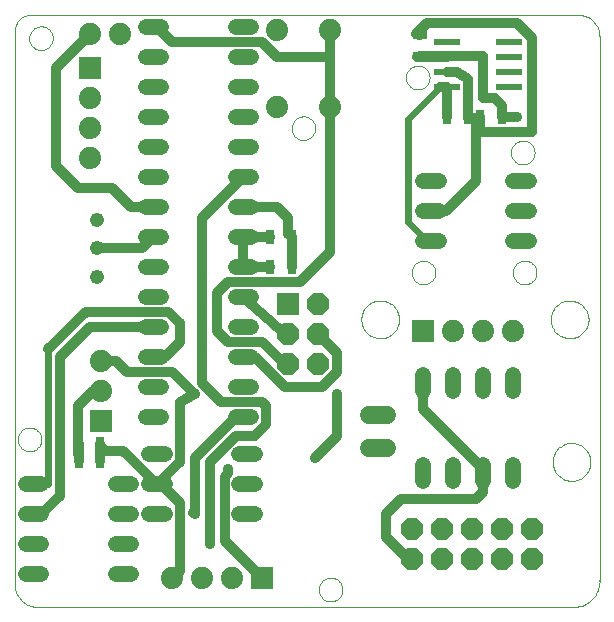
<source format=gtl>
G75*
G70*
%OFA0B0*%
%FSLAX24Y24*%
%IPPOS*%
%LPD*%
%AMOC8*
5,1,8,0,0,1.08239X$1,22.5*
%
%ADD10C,0.0000*%
%ADD11C,0.0520*%
%ADD12R,0.0870X0.0240*%
%ADD13R,0.0740X0.0740*%
%ADD14C,0.0740*%
%ADD15C,0.0476*%
%ADD16OC8,0.0740*%
%ADD17R,0.0315X0.0472*%
%ADD18R,0.0472X0.0315*%
%ADD19C,0.0600*%
%ADD20C,0.0320*%
%ADD21C,0.0356*%
%ADD22C,0.0240*%
D10*
X001041Y000425D02*
X018944Y000425D01*
X018943Y000425D02*
X019001Y000428D01*
X019058Y000436D01*
X019114Y000448D01*
X019170Y000463D01*
X019224Y000481D01*
X019277Y000503D01*
X019329Y000529D01*
X019379Y000558D01*
X019427Y000590D01*
X019472Y000625D01*
X019515Y000663D01*
X019556Y000704D01*
X019594Y000748D01*
X019629Y000793D01*
X019661Y000841D01*
X019689Y000891D01*
X019715Y000943D01*
X019736Y000996D01*
X019755Y001051D01*
X019770Y001107D01*
X019781Y001163D01*
X019788Y001220D01*
X019792Y001278D01*
X019791Y001335D01*
X019792Y001335D02*
X019792Y019447D01*
X019790Y019499D01*
X019785Y019550D01*
X019775Y019601D01*
X019763Y019651D01*
X019746Y019700D01*
X019726Y019748D01*
X019703Y019794D01*
X019677Y019839D01*
X019647Y019881D01*
X019615Y019922D01*
X019580Y019960D01*
X019542Y019995D01*
X019501Y020027D01*
X019459Y020057D01*
X019414Y020083D01*
X019368Y020106D01*
X019320Y020126D01*
X019271Y020143D01*
X019221Y020155D01*
X019170Y020165D01*
X019119Y020170D01*
X019067Y020172D01*
X000841Y020172D01*
X000796Y020170D01*
X000751Y020165D01*
X000707Y020155D01*
X000664Y020143D01*
X000622Y020126D01*
X000582Y020106D01*
X000543Y020083D01*
X000507Y020057D01*
X000473Y020028D01*
X000441Y019996D01*
X000412Y019962D01*
X000386Y019926D01*
X000363Y019887D01*
X000343Y019847D01*
X000326Y019805D01*
X000314Y019762D01*
X000304Y019718D01*
X000299Y019673D01*
X000297Y019628D01*
X000297Y001232D01*
X000296Y001177D01*
X000300Y001121D01*
X000308Y001066D01*
X000319Y001012D01*
X000335Y000959D01*
X000354Y000907D01*
X000377Y000856D01*
X000403Y000808D01*
X000433Y000761D01*
X000466Y000716D01*
X000502Y000674D01*
X000541Y000635D01*
X000583Y000598D01*
X000627Y000565D01*
X000673Y000535D01*
X000722Y000508D01*
X000772Y000485D01*
X000824Y000465D01*
X000877Y000449D01*
X000932Y000437D01*
X000986Y000429D01*
X001042Y000425D01*
X000403Y006017D02*
X000405Y006056D01*
X000411Y006095D01*
X000421Y006133D01*
X000434Y006170D01*
X000451Y006205D01*
X000471Y006239D01*
X000495Y006270D01*
X000522Y006299D01*
X000551Y006325D01*
X000583Y006348D01*
X000617Y006368D01*
X000653Y006384D01*
X000690Y006396D01*
X000729Y006405D01*
X000768Y006410D01*
X000807Y006411D01*
X000846Y006408D01*
X000885Y006401D01*
X000922Y006390D01*
X000959Y006376D01*
X000994Y006358D01*
X001027Y006337D01*
X001058Y006312D01*
X001086Y006285D01*
X001111Y006255D01*
X001133Y006222D01*
X001152Y006188D01*
X001167Y006152D01*
X001179Y006114D01*
X001187Y006076D01*
X001191Y006037D01*
X001191Y005997D01*
X001187Y005958D01*
X001179Y005920D01*
X001167Y005882D01*
X001152Y005846D01*
X001133Y005812D01*
X001111Y005779D01*
X001086Y005749D01*
X001058Y005722D01*
X001027Y005697D01*
X000994Y005676D01*
X000959Y005658D01*
X000922Y005644D01*
X000885Y005633D01*
X000846Y005626D01*
X000807Y005623D01*
X000768Y005624D01*
X000729Y005629D01*
X000690Y005638D01*
X000653Y005650D01*
X000617Y005666D01*
X000583Y005686D01*
X000551Y005709D01*
X000522Y005735D01*
X000495Y005764D01*
X000471Y005795D01*
X000451Y005829D01*
X000434Y005864D01*
X000421Y005901D01*
X000411Y005939D01*
X000405Y005978D01*
X000403Y006017D01*
X009528Y016392D02*
X009530Y016431D01*
X009536Y016470D01*
X009546Y016508D01*
X009559Y016545D01*
X009576Y016580D01*
X009596Y016614D01*
X009620Y016645D01*
X009647Y016674D01*
X009676Y016700D01*
X009708Y016723D01*
X009742Y016743D01*
X009778Y016759D01*
X009815Y016771D01*
X009854Y016780D01*
X009893Y016785D01*
X009932Y016786D01*
X009971Y016783D01*
X010010Y016776D01*
X010047Y016765D01*
X010084Y016751D01*
X010119Y016733D01*
X010152Y016712D01*
X010183Y016687D01*
X010211Y016660D01*
X010236Y016630D01*
X010258Y016597D01*
X010277Y016563D01*
X010292Y016527D01*
X010304Y016489D01*
X010312Y016451D01*
X010316Y016412D01*
X010316Y016372D01*
X010312Y016333D01*
X010304Y016295D01*
X010292Y016257D01*
X010277Y016221D01*
X010258Y016187D01*
X010236Y016154D01*
X010211Y016124D01*
X010183Y016097D01*
X010152Y016072D01*
X010119Y016051D01*
X010084Y016033D01*
X010047Y016019D01*
X010010Y016008D01*
X009971Y016001D01*
X009932Y015998D01*
X009893Y015999D01*
X009854Y016004D01*
X009815Y016013D01*
X009778Y016025D01*
X009742Y016041D01*
X009708Y016061D01*
X009676Y016084D01*
X009647Y016110D01*
X009620Y016139D01*
X009596Y016170D01*
X009576Y016204D01*
X009559Y016239D01*
X009546Y016276D01*
X009536Y016314D01*
X009530Y016353D01*
X009528Y016392D01*
X013340Y018080D02*
X013342Y018119D01*
X013348Y018158D01*
X013358Y018196D01*
X013371Y018233D01*
X013388Y018268D01*
X013408Y018302D01*
X013432Y018333D01*
X013459Y018362D01*
X013488Y018388D01*
X013520Y018411D01*
X013554Y018431D01*
X013590Y018447D01*
X013627Y018459D01*
X013666Y018468D01*
X013705Y018473D01*
X013744Y018474D01*
X013783Y018471D01*
X013822Y018464D01*
X013859Y018453D01*
X013896Y018439D01*
X013931Y018421D01*
X013964Y018400D01*
X013995Y018375D01*
X014023Y018348D01*
X014048Y018318D01*
X014070Y018285D01*
X014089Y018251D01*
X014104Y018215D01*
X014116Y018177D01*
X014124Y018139D01*
X014128Y018100D01*
X014128Y018060D01*
X014124Y018021D01*
X014116Y017983D01*
X014104Y017945D01*
X014089Y017909D01*
X014070Y017875D01*
X014048Y017842D01*
X014023Y017812D01*
X013995Y017785D01*
X013964Y017760D01*
X013931Y017739D01*
X013896Y017721D01*
X013859Y017707D01*
X013822Y017696D01*
X013783Y017689D01*
X013744Y017686D01*
X013705Y017687D01*
X013666Y017692D01*
X013627Y017701D01*
X013590Y017713D01*
X013554Y017729D01*
X013520Y017749D01*
X013488Y017772D01*
X013459Y017798D01*
X013432Y017827D01*
X013408Y017858D01*
X013388Y017892D01*
X013371Y017927D01*
X013358Y017964D01*
X013348Y018002D01*
X013342Y018041D01*
X013340Y018080D01*
X016840Y015580D02*
X016842Y015619D01*
X016848Y015658D01*
X016858Y015696D01*
X016871Y015733D01*
X016888Y015768D01*
X016908Y015802D01*
X016932Y015833D01*
X016959Y015862D01*
X016988Y015888D01*
X017020Y015911D01*
X017054Y015931D01*
X017090Y015947D01*
X017127Y015959D01*
X017166Y015968D01*
X017205Y015973D01*
X017244Y015974D01*
X017283Y015971D01*
X017322Y015964D01*
X017359Y015953D01*
X017396Y015939D01*
X017431Y015921D01*
X017464Y015900D01*
X017495Y015875D01*
X017523Y015848D01*
X017548Y015818D01*
X017570Y015785D01*
X017589Y015751D01*
X017604Y015715D01*
X017616Y015677D01*
X017624Y015639D01*
X017628Y015600D01*
X017628Y015560D01*
X017624Y015521D01*
X017616Y015483D01*
X017604Y015445D01*
X017589Y015409D01*
X017570Y015375D01*
X017548Y015342D01*
X017523Y015312D01*
X017495Y015285D01*
X017464Y015260D01*
X017431Y015239D01*
X017396Y015221D01*
X017359Y015207D01*
X017322Y015196D01*
X017283Y015189D01*
X017244Y015186D01*
X017205Y015187D01*
X017166Y015192D01*
X017127Y015201D01*
X017090Y015213D01*
X017054Y015229D01*
X017020Y015249D01*
X016988Y015272D01*
X016959Y015298D01*
X016932Y015327D01*
X016908Y015358D01*
X016888Y015392D01*
X016871Y015427D01*
X016858Y015464D01*
X016848Y015502D01*
X016842Y015541D01*
X016840Y015580D01*
X016903Y011580D02*
X016905Y011619D01*
X016911Y011658D01*
X016921Y011696D01*
X016934Y011733D01*
X016951Y011768D01*
X016971Y011802D01*
X016995Y011833D01*
X017022Y011862D01*
X017051Y011888D01*
X017083Y011911D01*
X017117Y011931D01*
X017153Y011947D01*
X017190Y011959D01*
X017229Y011968D01*
X017268Y011973D01*
X017307Y011974D01*
X017346Y011971D01*
X017385Y011964D01*
X017422Y011953D01*
X017459Y011939D01*
X017494Y011921D01*
X017527Y011900D01*
X017558Y011875D01*
X017586Y011848D01*
X017611Y011818D01*
X017633Y011785D01*
X017652Y011751D01*
X017667Y011715D01*
X017679Y011677D01*
X017687Y011639D01*
X017691Y011600D01*
X017691Y011560D01*
X017687Y011521D01*
X017679Y011483D01*
X017667Y011445D01*
X017652Y011409D01*
X017633Y011375D01*
X017611Y011342D01*
X017586Y011312D01*
X017558Y011285D01*
X017527Y011260D01*
X017494Y011239D01*
X017459Y011221D01*
X017422Y011207D01*
X017385Y011196D01*
X017346Y011189D01*
X017307Y011186D01*
X017268Y011187D01*
X017229Y011192D01*
X017190Y011201D01*
X017153Y011213D01*
X017117Y011229D01*
X017083Y011249D01*
X017051Y011272D01*
X017022Y011298D01*
X016995Y011327D01*
X016971Y011358D01*
X016951Y011392D01*
X016934Y011427D01*
X016921Y011464D01*
X016911Y011502D01*
X016905Y011541D01*
X016903Y011580D01*
X018167Y010017D02*
X018169Y010067D01*
X018175Y010117D01*
X018185Y010166D01*
X018199Y010214D01*
X018216Y010261D01*
X018237Y010306D01*
X018262Y010350D01*
X018290Y010391D01*
X018322Y010430D01*
X018356Y010467D01*
X018393Y010501D01*
X018433Y010531D01*
X018475Y010558D01*
X018519Y010582D01*
X018565Y010603D01*
X018612Y010619D01*
X018660Y010632D01*
X018710Y010641D01*
X018759Y010646D01*
X018810Y010647D01*
X018860Y010644D01*
X018909Y010637D01*
X018958Y010626D01*
X019006Y010611D01*
X019052Y010593D01*
X019097Y010571D01*
X019140Y010545D01*
X019181Y010516D01*
X019220Y010484D01*
X019256Y010449D01*
X019288Y010411D01*
X019318Y010371D01*
X019345Y010328D01*
X019368Y010284D01*
X019387Y010238D01*
X019403Y010190D01*
X019415Y010141D01*
X019423Y010092D01*
X019427Y010042D01*
X019427Y009992D01*
X019423Y009942D01*
X019415Y009893D01*
X019403Y009844D01*
X019387Y009796D01*
X019368Y009750D01*
X019345Y009706D01*
X019318Y009663D01*
X019288Y009623D01*
X019256Y009585D01*
X019220Y009550D01*
X019181Y009518D01*
X019140Y009489D01*
X019097Y009463D01*
X019052Y009441D01*
X019006Y009423D01*
X018958Y009408D01*
X018909Y009397D01*
X018860Y009390D01*
X018810Y009387D01*
X018759Y009388D01*
X018710Y009393D01*
X018660Y009402D01*
X018612Y009415D01*
X018565Y009431D01*
X018519Y009452D01*
X018475Y009476D01*
X018433Y009503D01*
X018393Y009533D01*
X018356Y009567D01*
X018322Y009604D01*
X018290Y009643D01*
X018262Y009684D01*
X018237Y009728D01*
X018216Y009773D01*
X018199Y009820D01*
X018185Y009868D01*
X018175Y009917D01*
X018169Y009967D01*
X018167Y010017D01*
X013528Y011580D02*
X013530Y011619D01*
X013536Y011658D01*
X013546Y011696D01*
X013559Y011733D01*
X013576Y011768D01*
X013596Y011802D01*
X013620Y011833D01*
X013647Y011862D01*
X013676Y011888D01*
X013708Y011911D01*
X013742Y011931D01*
X013778Y011947D01*
X013815Y011959D01*
X013854Y011968D01*
X013893Y011973D01*
X013932Y011974D01*
X013971Y011971D01*
X014010Y011964D01*
X014047Y011953D01*
X014084Y011939D01*
X014119Y011921D01*
X014152Y011900D01*
X014183Y011875D01*
X014211Y011848D01*
X014236Y011818D01*
X014258Y011785D01*
X014277Y011751D01*
X014292Y011715D01*
X014304Y011677D01*
X014312Y011639D01*
X014316Y011600D01*
X014316Y011560D01*
X014312Y011521D01*
X014304Y011483D01*
X014292Y011445D01*
X014277Y011409D01*
X014258Y011375D01*
X014236Y011342D01*
X014211Y011312D01*
X014183Y011285D01*
X014152Y011260D01*
X014119Y011239D01*
X014084Y011221D01*
X014047Y011207D01*
X014010Y011196D01*
X013971Y011189D01*
X013932Y011186D01*
X013893Y011187D01*
X013854Y011192D01*
X013815Y011201D01*
X013778Y011213D01*
X013742Y011229D01*
X013708Y011249D01*
X013676Y011272D01*
X013647Y011298D01*
X013620Y011327D01*
X013596Y011358D01*
X013576Y011392D01*
X013559Y011427D01*
X013546Y011464D01*
X013536Y011502D01*
X013530Y011541D01*
X013528Y011580D01*
X011854Y010017D02*
X011856Y010067D01*
X011862Y010117D01*
X011872Y010166D01*
X011886Y010214D01*
X011903Y010261D01*
X011924Y010306D01*
X011949Y010350D01*
X011977Y010391D01*
X012009Y010430D01*
X012043Y010467D01*
X012080Y010501D01*
X012120Y010531D01*
X012162Y010558D01*
X012206Y010582D01*
X012252Y010603D01*
X012299Y010619D01*
X012347Y010632D01*
X012397Y010641D01*
X012446Y010646D01*
X012497Y010647D01*
X012547Y010644D01*
X012596Y010637D01*
X012645Y010626D01*
X012693Y010611D01*
X012739Y010593D01*
X012784Y010571D01*
X012827Y010545D01*
X012868Y010516D01*
X012907Y010484D01*
X012943Y010449D01*
X012975Y010411D01*
X013005Y010371D01*
X013032Y010328D01*
X013055Y010284D01*
X013074Y010238D01*
X013090Y010190D01*
X013102Y010141D01*
X013110Y010092D01*
X013114Y010042D01*
X013114Y009992D01*
X013110Y009942D01*
X013102Y009893D01*
X013090Y009844D01*
X013074Y009796D01*
X013055Y009750D01*
X013032Y009706D01*
X013005Y009663D01*
X012975Y009623D01*
X012943Y009585D01*
X012907Y009550D01*
X012868Y009518D01*
X012827Y009489D01*
X012784Y009463D01*
X012739Y009441D01*
X012693Y009423D01*
X012645Y009408D01*
X012596Y009397D01*
X012547Y009390D01*
X012497Y009387D01*
X012446Y009388D01*
X012397Y009393D01*
X012347Y009402D01*
X012299Y009415D01*
X012252Y009431D01*
X012206Y009452D01*
X012162Y009476D01*
X012120Y009503D01*
X012080Y009533D01*
X012043Y009567D01*
X012009Y009604D01*
X011977Y009643D01*
X011949Y009684D01*
X011924Y009728D01*
X011903Y009773D01*
X011886Y009820D01*
X011872Y009868D01*
X011862Y009917D01*
X011856Y009967D01*
X011854Y010017D01*
X018229Y005267D02*
X018231Y005317D01*
X018237Y005367D01*
X018247Y005416D01*
X018261Y005464D01*
X018278Y005511D01*
X018299Y005556D01*
X018324Y005600D01*
X018352Y005641D01*
X018384Y005680D01*
X018418Y005717D01*
X018455Y005751D01*
X018495Y005781D01*
X018537Y005808D01*
X018581Y005832D01*
X018627Y005853D01*
X018674Y005869D01*
X018722Y005882D01*
X018772Y005891D01*
X018821Y005896D01*
X018872Y005897D01*
X018922Y005894D01*
X018971Y005887D01*
X019020Y005876D01*
X019068Y005861D01*
X019114Y005843D01*
X019159Y005821D01*
X019202Y005795D01*
X019243Y005766D01*
X019282Y005734D01*
X019318Y005699D01*
X019350Y005661D01*
X019380Y005621D01*
X019407Y005578D01*
X019430Y005534D01*
X019449Y005488D01*
X019465Y005440D01*
X019477Y005391D01*
X019485Y005342D01*
X019489Y005292D01*
X019489Y005242D01*
X019485Y005192D01*
X019477Y005143D01*
X019465Y005094D01*
X019449Y005046D01*
X019430Y005000D01*
X019407Y004956D01*
X019380Y004913D01*
X019350Y004873D01*
X019318Y004835D01*
X019282Y004800D01*
X019243Y004768D01*
X019202Y004739D01*
X019159Y004713D01*
X019114Y004691D01*
X019068Y004673D01*
X019020Y004658D01*
X018971Y004647D01*
X018922Y004640D01*
X018872Y004637D01*
X018821Y004638D01*
X018772Y004643D01*
X018722Y004652D01*
X018674Y004665D01*
X018627Y004681D01*
X018581Y004702D01*
X018537Y004726D01*
X018495Y004753D01*
X018455Y004783D01*
X018418Y004817D01*
X018384Y004854D01*
X018352Y004893D01*
X018324Y004934D01*
X018299Y004978D01*
X018278Y005023D01*
X018261Y005070D01*
X018247Y005118D01*
X018237Y005167D01*
X018231Y005217D01*
X018229Y005267D01*
X010437Y001010D02*
X010439Y001049D01*
X010445Y001088D01*
X010455Y001126D01*
X010468Y001163D01*
X010485Y001198D01*
X010505Y001232D01*
X010529Y001263D01*
X010556Y001292D01*
X010585Y001318D01*
X010617Y001341D01*
X010651Y001361D01*
X010687Y001377D01*
X010724Y001389D01*
X010763Y001398D01*
X010802Y001403D01*
X010841Y001404D01*
X010880Y001401D01*
X010919Y001394D01*
X010956Y001383D01*
X010993Y001369D01*
X011028Y001351D01*
X011061Y001330D01*
X011092Y001305D01*
X011120Y001278D01*
X011145Y001248D01*
X011167Y001215D01*
X011186Y001181D01*
X011201Y001145D01*
X011213Y001107D01*
X011221Y001069D01*
X011225Y001030D01*
X011225Y000990D01*
X011221Y000951D01*
X011213Y000913D01*
X011201Y000875D01*
X011186Y000839D01*
X011167Y000805D01*
X011145Y000772D01*
X011120Y000742D01*
X011092Y000715D01*
X011061Y000690D01*
X011028Y000669D01*
X010993Y000651D01*
X010956Y000637D01*
X010919Y000626D01*
X010880Y000619D01*
X010841Y000616D01*
X010802Y000617D01*
X010763Y000622D01*
X010724Y000631D01*
X010687Y000643D01*
X010651Y000659D01*
X010617Y000679D01*
X010585Y000702D01*
X010556Y000728D01*
X010529Y000757D01*
X010505Y000788D01*
X010485Y000822D01*
X010468Y000857D01*
X010455Y000894D01*
X010445Y000932D01*
X010439Y000971D01*
X010437Y001010D01*
X000778Y019392D02*
X000780Y019431D01*
X000786Y019470D01*
X000796Y019508D01*
X000809Y019545D01*
X000826Y019580D01*
X000846Y019614D01*
X000870Y019645D01*
X000897Y019674D01*
X000926Y019700D01*
X000958Y019723D01*
X000992Y019743D01*
X001028Y019759D01*
X001065Y019771D01*
X001104Y019780D01*
X001143Y019785D01*
X001182Y019786D01*
X001221Y019783D01*
X001260Y019776D01*
X001297Y019765D01*
X001334Y019751D01*
X001369Y019733D01*
X001402Y019712D01*
X001433Y019687D01*
X001461Y019660D01*
X001486Y019630D01*
X001508Y019597D01*
X001527Y019563D01*
X001542Y019527D01*
X001554Y019489D01*
X001562Y019451D01*
X001566Y019412D01*
X001566Y019372D01*
X001562Y019333D01*
X001554Y019295D01*
X001542Y019257D01*
X001527Y019221D01*
X001508Y019187D01*
X001486Y019154D01*
X001461Y019124D01*
X001433Y019097D01*
X001402Y019072D01*
X001369Y019051D01*
X001334Y019033D01*
X001297Y019019D01*
X001260Y019008D01*
X001221Y019001D01*
X001182Y018998D01*
X001143Y018999D01*
X001104Y019004D01*
X001065Y019013D01*
X001028Y019025D01*
X000992Y019041D01*
X000958Y019061D01*
X000926Y019084D01*
X000897Y019110D01*
X000870Y019139D01*
X000846Y019170D01*
X000826Y019204D01*
X000809Y019239D01*
X000796Y019276D01*
X000786Y019314D01*
X000780Y019353D01*
X000778Y019392D01*
D11*
X004662Y019767D02*
X005182Y019767D01*
X005182Y018767D02*
X004662Y018767D01*
X004662Y017767D02*
X005182Y017767D01*
X005182Y016767D02*
X004662Y016767D01*
X004662Y015767D02*
X005182Y015767D01*
X005182Y014767D02*
X004662Y014767D01*
X004662Y013767D02*
X005182Y013767D01*
X005182Y012767D02*
X004662Y012767D01*
X004662Y011767D02*
X005182Y011767D01*
X005182Y010767D02*
X004662Y010767D01*
X004662Y009767D02*
X005182Y009767D01*
X005182Y008767D02*
X004662Y008767D01*
X004662Y007767D02*
X005182Y007767D01*
X005182Y006767D02*
X004662Y006767D01*
X004787Y005517D02*
X005307Y005517D01*
X005307Y004517D02*
X004787Y004517D01*
X004182Y004517D02*
X003662Y004517D01*
X003662Y003517D02*
X004182Y003517D01*
X004787Y003517D02*
X005307Y003517D01*
X004182Y002517D02*
X003662Y002517D01*
X003662Y001517D02*
X004182Y001517D01*
X001182Y001517D02*
X000662Y001517D01*
X000662Y002517D02*
X001182Y002517D01*
X001182Y003517D02*
X000662Y003517D01*
X000662Y004517D02*
X001182Y004517D01*
X007787Y004517D02*
X008307Y004517D01*
X008307Y003517D02*
X007787Y003517D01*
X007787Y005517D02*
X008307Y005517D01*
X008182Y006767D02*
X007662Y006767D01*
X007662Y007767D02*
X008182Y007767D01*
X008182Y008767D02*
X007662Y008767D01*
X007662Y009767D02*
X008182Y009767D01*
X008182Y010767D02*
X007662Y010767D01*
X007662Y011767D02*
X008182Y011767D01*
X008182Y012767D02*
X007662Y012767D01*
X007662Y013767D02*
X008182Y013767D01*
X008182Y014767D02*
X007662Y014767D01*
X007662Y015767D02*
X008182Y015767D01*
X008182Y016767D02*
X007662Y016767D01*
X007662Y017767D02*
X008182Y017767D01*
X008182Y018767D02*
X007662Y018767D01*
X007662Y019767D02*
X008182Y019767D01*
X013912Y014642D02*
X014432Y014642D01*
X014432Y013642D02*
X013912Y013642D01*
X013912Y012642D02*
X014432Y012642D01*
X016912Y012642D02*
X017432Y012642D01*
X017432Y013642D02*
X016912Y013642D01*
X016912Y014642D02*
X017432Y014642D01*
X016922Y008152D02*
X016922Y007632D01*
X015922Y007632D02*
X015922Y008152D01*
X014922Y008152D02*
X014922Y007632D01*
X013922Y007632D02*
X013922Y008152D01*
X013922Y005152D02*
X013922Y004632D01*
X014922Y004632D02*
X014922Y005152D01*
X015922Y005152D02*
X015922Y004632D01*
X016922Y004632D02*
X016922Y005152D01*
D12*
X016764Y017767D03*
X016764Y018267D03*
X016764Y018767D03*
X016764Y019267D03*
X014704Y019267D03*
X014704Y018767D03*
X014704Y018267D03*
X014704Y017767D03*
D13*
X009422Y010517D03*
X013922Y009642D03*
X008547Y001392D03*
X003172Y006642D03*
X002797Y018392D03*
D14*
X002797Y017392D03*
X002797Y016392D03*
X002797Y015392D03*
X002797Y019517D03*
X003797Y019517D03*
X009032Y019672D03*
X010812Y019672D03*
X010812Y017112D03*
X009032Y017112D03*
X014922Y009642D03*
X015922Y009642D03*
X016922Y009642D03*
X007547Y001392D03*
X006547Y001392D03*
X005547Y001392D03*
X003172Y007642D03*
X003172Y008642D03*
D15*
X003047Y011442D03*
X003047Y012403D03*
X003047Y013342D03*
D16*
X009422Y009517D03*
X010422Y009517D03*
X010422Y008517D03*
X009422Y008517D03*
X010422Y010517D03*
X013547Y003017D03*
X014547Y003017D03*
X015547Y003017D03*
X016547Y003017D03*
X017547Y003017D03*
X017547Y002017D03*
X016547Y002017D03*
X015547Y002017D03*
X014547Y002017D03*
X013547Y002017D03*
D17*
X009526Y011767D03*
X008817Y011767D03*
X008817Y012767D03*
X009526Y012767D03*
X014692Y016767D03*
X015401Y016767D03*
X015817Y016767D03*
X016526Y016767D03*
X003154Y005854D03*
X003151Y005306D03*
X002442Y005306D03*
X002445Y005854D03*
D18*
X013797Y018788D03*
X013797Y019496D03*
D19*
X012722Y006817D02*
X012122Y006817D01*
X012122Y005717D02*
X012722Y005717D01*
D20*
X013922Y007017D02*
X013922Y007892D01*
X013922Y007017D02*
X015922Y005017D01*
X015922Y004892D01*
X015922Y004267D01*
X015672Y004017D01*
X013172Y004017D01*
X012672Y003517D01*
X012672Y002767D01*
X013422Y002017D01*
X013547Y002017D01*
X010297Y005392D02*
X011047Y006142D01*
X011047Y007517D01*
X010547Y007767D02*
X011047Y008267D01*
X011047Y008892D01*
X010422Y009517D01*
X009422Y009517D02*
X009297Y009517D01*
X007922Y010767D01*
X007422Y011267D02*
X009797Y011267D01*
X010797Y012267D01*
X010797Y017097D01*
X010812Y017112D01*
X010812Y018767D01*
X009047Y018767D01*
X008547Y019267D01*
X005547Y019267D01*
X005047Y019767D01*
X004922Y019767D01*
X002797Y019517D02*
X001672Y018392D01*
X001672Y015142D01*
X002422Y014392D01*
X003547Y014392D01*
X004172Y013767D01*
X004922Y013767D01*
X004922Y012767D02*
X004557Y012403D01*
X003047Y012403D01*
X002672Y010267D02*
X005422Y010267D01*
X005797Y009892D01*
X005797Y009267D01*
X005297Y008767D01*
X004922Y008767D01*
X005547Y008267D02*
X006297Y007517D01*
X005797Y007267D01*
X005797Y005267D01*
X005047Y004517D01*
X003922Y005642D01*
X003276Y005642D01*
X003154Y005854D01*
X003151Y005306D01*
X002442Y005306D02*
X002445Y005854D01*
X002422Y005538D01*
X002422Y007142D01*
X002922Y007642D01*
X003172Y007642D01*
X003172Y008642D02*
X003672Y008642D01*
X004047Y008267D01*
X005547Y008267D01*
X006547Y007892D02*
X006547Y013392D01*
X007922Y014767D01*
X007922Y013767D02*
X009047Y013767D01*
X009422Y013392D01*
X009422Y012871D01*
X009526Y012767D01*
X009526Y011767D01*
X008817Y011767D02*
X007922Y011767D01*
X007922Y012767D01*
X008817Y012767D01*
X007422Y011267D02*
X007047Y010892D01*
X007047Y009642D01*
X007422Y009267D01*
X008547Y009267D01*
X009297Y008517D01*
X009422Y008517D01*
X009297Y007767D02*
X010547Y007767D01*
X009297Y007767D02*
X008297Y008767D01*
X007922Y008767D01*
X008547Y007267D02*
X007172Y007267D01*
X006547Y007892D01*
X007672Y006767D02*
X006297Y005392D01*
X006297Y003642D01*
X006234Y003580D01*
X006297Y003517D01*
X005797Y003892D02*
X005797Y001642D01*
X005547Y001392D01*
X006797Y002517D02*
X006797Y005267D01*
X007672Y006142D01*
X008297Y006142D01*
X008672Y006517D01*
X008672Y007142D01*
X008547Y007267D01*
X007922Y006767D02*
X007672Y006767D01*
X007422Y005017D02*
X007422Y004892D01*
X007297Y004767D01*
X007297Y002642D01*
X008547Y001392D01*
X005797Y003892D02*
X005172Y004517D01*
X005047Y004517D01*
X001797Y004142D02*
X001797Y008767D01*
X002797Y009767D01*
X004922Y009767D01*
X002672Y010267D02*
X001422Y009017D01*
X001797Y004142D02*
X001172Y003517D01*
X000922Y003517D01*
X014047Y012642D02*
X014172Y012642D01*
X014172Y013642D02*
X014672Y013642D01*
X015672Y014642D01*
X015672Y016621D01*
X015817Y016767D01*
X015797Y016746D01*
X015422Y016746D01*
X015401Y016767D01*
X015422Y016788D01*
X015422Y018017D01*
X015047Y018267D01*
X014704Y018267D01*
X014704Y017767D02*
X014484Y017767D01*
X014692Y017716D02*
X014704Y017767D01*
X014692Y017716D02*
X014692Y016767D01*
X015797Y016746D02*
X015797Y016392D01*
X015922Y016267D01*
X017547Y016267D01*
X017547Y019392D01*
X017047Y019892D01*
X014047Y019892D01*
X013672Y019517D01*
X013797Y019496D01*
X013797Y018788D02*
X013692Y018767D01*
X014704Y018767D01*
X013797Y018788D02*
X015901Y018788D01*
X015922Y018767D01*
X015922Y017392D01*
X016297Y017392D01*
X016547Y017142D01*
X016547Y016788D01*
X016526Y016767D01*
X017047Y016767D01*
X010812Y018767D02*
X010812Y019672D01*
D21*
X017047Y016767D03*
X011047Y007517D03*
X010297Y005392D03*
X007422Y005017D03*
X006297Y003517D03*
X006797Y002517D03*
X006297Y007517D03*
D22*
X001422Y009017D02*
X001422Y004517D01*
X000922Y004517D01*
X013422Y013267D02*
X013422Y016705D01*
X014484Y017767D01*
X013422Y013267D02*
X014047Y012642D01*
M02*

</source>
